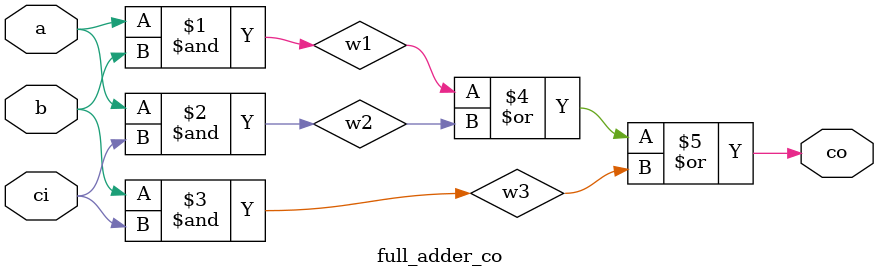
<source format=v>
module full_adder(co, sum, a, b, ci);

  input a, b, ci;
  output sum, co;

  full_adder_sum U0(sum,a,b,ci);
  full_adder_co  U1(co,a,b,ci);

endmodule

module full_adder_sum(sum,a,b,ci);

  input a, b, ci;
  output sum;

  xor(sum, a, b ,ci);

endmodule

module full_adder_co(co,a,b,ci);

  input a, b, ci;
  output co;
  wire w1,w2,w3;

  and(w1, a, b);
  and(w2, a, ci);
  and(w3, b, ci);
  or(co, w1, w2, w3);

endmodule

</source>
